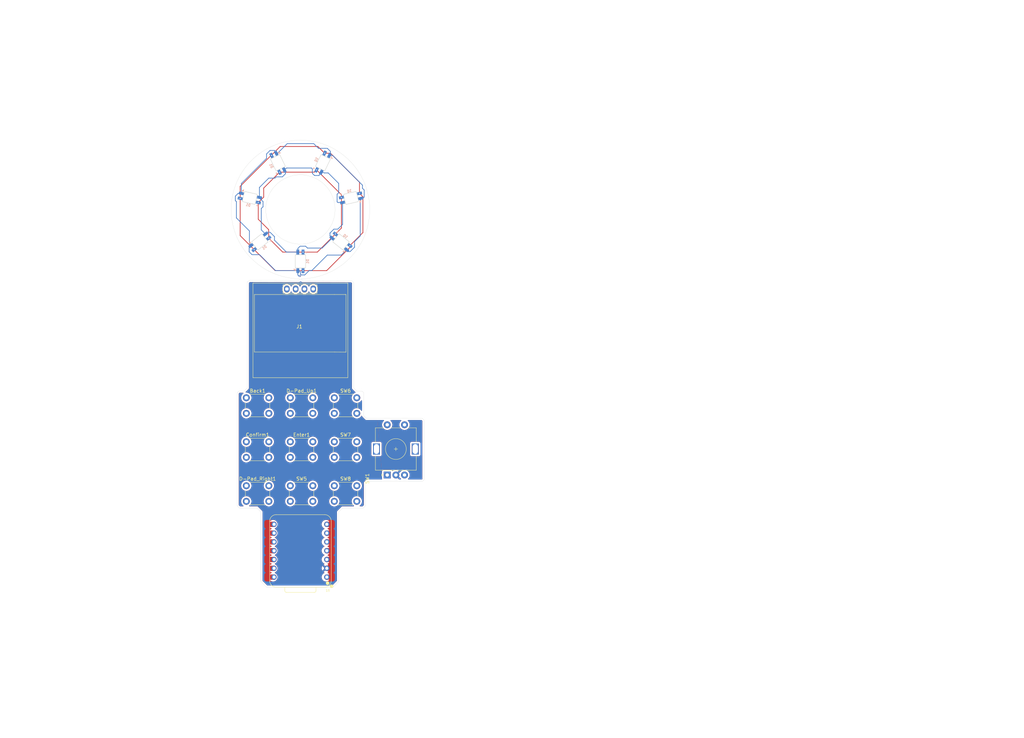
<source format=kicad_pcb>
(kicad_pcb (version 20241229) (generator "pcbnew") (generator_version "9.0")
  (layers (0 "F.Cu" signal) (2 "B.Cu" signal) (13 "F.Paste" user) (15 "B.Paste" user) (5 "F.SilkS" user "F.Silkscreen") (7 "B.SilkS" user "B.Silkscreen") (1 "F.Mask" user) (3 "B.Mask" user) (25 "Edge.Cuts" user))
  (net 0 "")
  (net 1 "Net-(D1-VDD)")
  (net 2 "Net-(D1-VSS)")
  (net 3 "Net-(D1-DOUT)")
  (net 4 "Net-(D1-DIN)")
  (net 5 "Row1")
  (net 6 "Colum3")
  (net 7 "Colum1")
  (net 10 "Row2")
  (net 11 "Colum2")
  (net 12 "GND")
  (net 13 "EC-A")
  (net 14 "EC-B")
  (net 15 "Row3")
  (net 16 "5V+")
  (net 17 "3v3")
  (footprint "libs:128x64OLED" (layer "F.Cu") (at 86.440238 91.245)
    (property "Reference" "J1" (at 0 0.254 0) (layer "F.SilkS"))
    (property "Value" "Conn_01x04")
    (fp_line (start -13.4 -12.3) (end 14 -12.3) (stroke (width 0.12)) (layer "F.SilkS"))
    (fp_line (start -13.4 15) (end -13.4 -12.3) (stroke (width 0.12)) (layer "F.SilkS"))
    (fp_line (start -12.978 -9.005) (end 10.122 -9.005) (stroke (width 0.12)) (layer "F.SilkS"))
    (fp_line (start -12.978 7.595) (end -12.978 -9.005) (stroke (width 0.12)) (layer "F.SilkS"))
    (fp_line (start -4.699 -11.811) (end -4.699 -9.398) (stroke (width 0.12)) (layer "F.SilkS"))
    (fp_line (start -4.699 -11.811) (end 5.08 -11.811) (stroke (width 0.12)) (layer "F.SilkS"))
    (fp_line (start 5.08 -11.811) (end 5.08 -9.398) (stroke (width 0.12)) (layer "F.SilkS"))
    (fp_line (start 5.08 -9.398) (end -4.699 -9.398) (stroke (width 0.12)) (layer "F.SilkS"))
    (fp_line (start 10.122 -9.005) (end 13.208 -9.005) (stroke (width 0.12)) (layer "F.SilkS"))
    (fp_line (start 10.122 7.595) (end -12.978 7.595) (stroke (width 0.12)) (layer "F.SilkS"))
    (fp_line (start 10.122 7.595) (end 13.462 7.62) (stroke (width 0.12)) (layer "F.SilkS"))
    (fp_line (start 13.462 -9.017) (end 13.208 -9.005) (stroke (width 0.12)) (layer "F.SilkS"))
    (fp_line (start 13.462 7.62) (end 13.462 -9.017) (stroke (width 0.12)) (layer "F.SilkS"))
    (fp_line (start 14 -12.3) (end 14 15) (stroke (width 0.12)) (layer "F.SilkS"))
    (fp_line (start 14 15) (end -13.4 15) (stroke (width 0.12)) (layer "F.SilkS"))
    (pad "1" thru_hole oval (at -3.62 -10.6 90) (size 2 1.6) (drill 1) (layers "*.Cu" "*.Mask"))
    (pad "2" thru_hole oval (at -1.08 -10.6 90) (size 2 1.6) (drill 1) (layers "*.Cu" "*.Mask"))
    (pad "3" thru_hole oval (at 1.46 -10.6 90) (size 2 1.6) (drill 1) (layers "*.Cu" "*.Mask"))
    (pad "4" thru_hole oval (at 4 -10.6 90) (size 2 1.6) (drill 1) (layers "*.Cu" "*.Mask"))
  )
  (footprint "Rotary_Encoder:RotaryEncoder_Alps_EC11E-Switch_Vertical_H20mm" (layer "F.Cu") (at 111.8 134.35 90)
    (property "Reference" "SW1" (at -1.062 -5.752 90) (layer "F.SilkS"))
    (property "Value" "RotaryEncoder_Switch")
    (fp_line (start 13.6 -3.4) (end 13.6 -1) (stroke (width 0.12)) (layer "F.SilkS"))
    (fp_line (start 9.5 -3.4) (end 13.6 -3.4) (stroke (width 0.12)) (layer "F.SilkS"))
    (fp_line (start 5.5 -3.4) (end 1.4 -3.4) (stroke (width 0.12)) (layer "F.SilkS"))
    (fp_line (start 1.4 -3.4) (end 1.4 8.4) (stroke (width 0.12)) (layer "F.SilkS"))
    (fp_line (start 0.3 -1.6) (end 0 -1.3) (stroke (width 0.12)) (layer "F.SilkS"))
    (fp_line (start -0.3 -1.6) (end 0.3 -1.6) (stroke (width 0.12)) (layer "F.SilkS"))
    (fp_line (start 0 -1.3) (end -0.3 -1.6) (stroke (width 0.12)) (layer "F.SilkS"))
    (fp_line (start 13.6 1.2) (end 13.6 3.8) (stroke (width 0.12)) (layer "F.SilkS"))
    (fp_line (start 7.5 2) (end 7.5 3) (stroke (width 0.12)) (layer "F.SilkS"))
    (fp_line (start 7 2.5) (end 8 2.5) (stroke (width 0.12)) (layer "F.SilkS"))
    (fp_line (start 13.6 6) (end 13.6 8.4) (stroke (width 0.12)) (layer "F.SilkS"))
    (fp_line (start 13.6 8.4) (end 9.5 8.4) (stroke (width 0.12)) (layer "F.SilkS"))
    (fp_line (start 5.5 8.4) (end 1.4 8.4) (stroke (width 0.12)) (layer "F.SilkS"))
    (fp_circle (center 7.5 2.5) (end 10.5 2.5) (stroke (width 0.12)) (fill no) (layer "F.SilkS"))
    (pad "A" thru_hole rect (at 0 0 90) (size 2 2) (drill 1) (layers "*.Cu" "*.Mask") (net 13 "EC-A"))
    (pad "B" thru_hole circle (at 0 5 90) (size 2 2) (drill 1) (layers "*.Cu" "*.Mask") (net 14 "EC-B"))
    (pad "C" thru_hole circle (at 0 2.5 90) (size 2 2) (drill 1) (layers "*.Cu" "*.Mask") (net 12 "GND"))
    (pad "MP" thru_hole rect (at 7.5 -3.1 90) (size 3.2 2) (drill oval 2.8 1.5) (layers "*.Cu" "*.Mask"))
    (pad "MP" thru_hole rect (at 7.5 8.1 90) (size 3.2 2) (drill oval 2.8 1.5) (layers "*.Cu" "*.Mask"))
    (pad "S1" thru_hole circle (at 14.5 5 90) (size 2 2) (drill 1) (layers "*.Cu" "*.Mask") (net 6 "Colum3"))
    (pad "S2" thru_hole circle (at 14.5 0 90) (size 2 2) (drill 1) (layers "*.Cu" "*.Mask") (net 5 "Row1"))
  )
  (footprint "Button_Switch_THT:SW_PUSH_6mm" (layer "F.Cu") (at 96.52 137.45)
    (property "Reference" "SW8" (at 3.25 -2 0) (layer "F.SilkS"))
    (property "Value" "SW_Push")
    (fp_line (start -0.25 1.5) (end -0.25 3) (stroke (width 0.12)) (layer "F.SilkS"))
    (fp_line (start 1 5.5) (end 5.5 5.5) (stroke (width 0.12)) (layer "F.SilkS"))
    (fp_line (start 5.5 -1) (end 1 -1) (stroke (width 0.12)) (layer "F.SilkS"))
    (fp_line (start 6.75 3) (end 6.75 1.5) (stroke (width 0.12)) (layer "F.SilkS"))
    (pad "1" thru_hole circle (at 0 0 90) (size 2 2) (drill 1.1) (layers "*.Cu" "*.Mask") (net 6 "Colum3"))
    (pad "1" thru_hole circle (at 6.5 0 90) (size 2 2) (drill 1.1) (layers "*.Cu" "*.Mask") (net 6 "Colum3"))
    (pad "2" thru_hole circle (at 0 4.5 90) (size 2 2) (drill 1.1) (layers "*.Cu" "*.Mask") (net 15 "Row3"))
    (pad "2" thru_hole circle (at 6.5 4.5 90) (size 2 2) (drill 1.1) (layers "*.Cu" "*.Mask") (net 15 "Row3"))
  )
  (footprint "Seeed Studio XIAO Series Library:XIAO-ESP32C3-DIP" (layer "F.Cu") (at 86.620238 156.21 180)
    (property "Reference" "U1" (at -8 -11.5 180) (layer "F.SilkS") (effects (font (size 0.635 0.635) (thickness 0.1016))))
    (property "Value" "XIAO-ESP32-C3-DIP")
    (fp_line (start 8.77 8.509) (end 8.77 -8.636) (stroke (width 0.127)) (layer "F.SilkS"))
    (fp_line (start 6.865 -10.541) (end -7.105 -10.541) (stroke (width 0.1)) (layer "F.SilkS"))
    (fp_line (start 6.865 -10.541) (end -7.105 -10.541) (stroke (width 0.127)) (layer "F.SilkS"))
    (fp_line (start 4.384 -11.551) (end 4.384 -10.541) (stroke (width 0.127)) (layer "F.SilkS"))
    (fp_line (start -4.111272 -12.051) (end 3.884 -12.051) (stroke (width 0.127)) (layer "F.SilkS"))
    (fp_line (start -4.615 -10.541) (end -4.611272 -11.551272) (stroke (width 0.127)) (layer "F.SilkS"))
    (fp_line (start -7.105 10.414) (end 6.865 10.414) (stroke (width 0.127)) (layer "F.SilkS"))
    (fp_line (start -9.01 8.509) (end -9.01 -8.636) (stroke (width 0.127)) (layer "F.SilkS"))
    (fp_arc (start 8.77 8.509) (mid 8.212038 9.856038) (end 6.865 10.414) (stroke (width 0.127)) (layer "F.SilkS"))
    (fp_arc (start 6.865 -10.541) (mid 8.212038 -9.983038) (end 8.77 -8.636) (stroke (width 0.127)) (layer "F.SilkS"))
    (fp_arc (start 3.884 -12.051) (mid 4.237553 -11.904553) (end 4.384 -11.551) (stroke (width 0.127)) (layer "F.SilkS"))
    (fp_arc (start -4.611272 -11.551272) (mid -4.464724 -11.904644) (end -4.111272 -12.051) (stroke (width 0.127)) (layer "F.SilkS"))
    (fp_arc (start -7.105 10.414) (mid -8.452038 9.856038) (end -9.01 8.509) (stroke (width 0.127)) (layer "F.SilkS"))
    (fp_arc (start -9.01 -8.636) (mid -8.452038 -9.983038) (end -7.105 -10.541) (stroke (width 0.127)) (layer "F.SilkS"))
    (fp_circle (center -7.977 -9.37) (end -7.977 -9.624) (stroke (width 0.5)) (fill yes) (layer "F.SilkS"))
    (fp_circle (center -9.12 -10.25) (end -9.12 -10.504) (stroke (width 0.5)) (fill yes) (layer "F.SilkS"))
    (pad "1" smd roundrect (at -8.575 -7.62) (size 2.432 1.524) (layers "F.Cu" "F.Mask") (roundrect_rratio 0.1) (net 4 "Net-(D1-DIN)"))
    (pad "1" thru_hole circle (at -7.74 -7.62) (size 1.524 1.524) (drill 0.889) (layers "*.Cu" "*.Mask") (net 4 "Net-(D1-DIN)"))
    (pad "2" smd roundrect (at -8.575 -5.08) (size 2.432 1.524) (layers "F.Cu" "F.Mask") (roundrect_rratio 0.1) (net 7 "Colum1"))
    (pad "2" thru_hole circle (at -7.74 -5.08) (size 1.524 1.524) (drill 0.889) (layers "*.Cu" "*.Mask") (net 7 "Colum1"))
    (pad "3" smd roundrect (at -8.575 -2.54) (size 2.432 1.524) (layers "F.Cu" "F.Mask") (roundrect_rratio 0.1) (net 11 "Colum2"))
    (pad "3" thru_hole circle (at -7.74 -2.54) (size 1.524 1.524) (drill 0.889) (layers "*.Cu" "*.Mask") (net 11 "Colum2"))
    (pad "4" smd roundrect (at -8.575 0) (size 2.432 1.524) (layers "F.Cu" "F.Mask") (roundrect_rratio 0.1) (net 6 "Colum3"))
    (pad "4" thru_hole circle (at -7.74 0) (size 1.524 1.524) (drill 0.889) (layers "*.Cu" "*.Mask") (net 6 "Colum3"))
    (pad "5" smd roundrect (at -8.575 2.54) (size 2.432 1.524) (layers "F.Cu" "F.Mask") (roundrect_rratio 0.1))
    (pad "5" thru_hole circle (at -7.74 2.54) (size 1.524 1.524) (drill 0.889) (layers "*.Cu" "*.Mask"))
    (pad "6" smd roundrect (at -8.575 5.08) (size 2.432 1.524) (layers "F.Cu" "F.Mask") (roundrect_rratio 0.1))
    (pad "6" thru_hole circle (at -7.74 5.08) (size 1.524 1.524) (drill 0.889) (layers "*.Cu" "*.Mask"))
    (pad "7" smd roundrect (at -8.575 7.62) (size 2.432 1.524) (layers "F.Cu" "F.Mask") (roundrect_rratio 0.1) (net 13 "EC-A"))
    (pad "7" thru_hole circle (at -7.74 7.62) (size 1.524 1.524) (drill 0.889) (layers "*.Cu" "*.Mask") (net 13 "EC-A"))
    (pad "8" thru_hole circle (at 7.5 7.62 180) (size 1.524 1.524) (drill 0.889) (layers "*.Cu" "*.Mask") (net 14 "EC-B"))
    (pad "8" smd roundrect (at 8.335 7.62 180) (size 2.432 1.524) (layers "F.Cu" "F.Mask") (roundrect_rratio 0.1) (net 14 "EC-B"))
    (pad "9" thru_hole circle (at 7.5 5.08 180) (size 1.524 1.524) (drill 0.889) (layers "*.Cu" "*.Mask") (net 15 "Row3"))
    (pad "9" smd roundrect (at 8.335 5.08 180) (size 2.432 1.524) (layers "F.Cu" "F.Mask") (roundrect_rratio 0.1) (net 15 "Row3"))
    (pad "10" thru_hole circle (at 7.5 2.54 180) (size 1.524 1.524) (drill 0.889) (layers "*.Cu" "*.Mask") (net 10 "Row2"))
    (pad "10" smd roundrect (at 8.335 2.54 180) (size 2.432 1.524) (layers "F.Cu" "F.Mask") (roundrect_rratio 0.1) (net 10 "Row2"))
    (pad "11" thru_hole circle (at 7.5 0 180) (size 1.524 1.524) (drill 0.889) (layers "*.Cu" "*.Mask") (net 5 "Row1"))
    (pad "11" smd roundrect (at 8.335 0 180) (size 2.432 1.524) (layers "F.Cu" "F.Mask") (roundrect_rratio 0.1) (net 5 "Row1"))
    (pad "12" thru_hole circle (at 7.5 -2.54 180) (size 1.524 1.524) (drill 0.889) (layers "*.Cu" "*.Mask") (net 17 "3v3"))
    (pad "12" smd roundrect (at 8.335 -2.54 180) (size 2.432 1.524) (layers "F.Cu" "F.Mask") (roundrect_rratio 0.1) (net 17 "3v3"))
    (pad "13" thru_hole circle (at 7.5 -5.08 180) (size 1.524 1.524) (drill 0.889) (layers "*.Cu" "*.Mask") (net 12 "GND"))
    (pad "13" smd roundrect (at 8.335 -5.08 180) (size 2.432 1.524) (layers "F.Cu" "F.Mask") (roundrect_rratio 0.1) (net 12 "GND"))
    (pad "14" thru_hole circle (at 7.5 -7.62 180) (size 1.524 1.524) (drill 0.889) (layers "*.Cu" "*.Mask") (net 16 "5V+"))
    (pad "14" smd roundrect (at 8.335 -7.62 180) (size 2.432 1.524) (layers "F.Cu" "F.Mask") (roundrect_rratio 0.1) (net 16 "5V+"))
  )
  (footprint "Button_Switch_THT:SW_PUSH_6mm" (layer "F.Cu") (at 96.52 124.75)
    (property "Reference" "SW7" (at 3.25 -2 0) (layer "F.SilkS"))
    (property "Value" "SW_Push")
    (fp_line (start -0.25 1.5) (end -0.25 3) (stroke (width 0.12)) (layer "F.SilkS"))
    (fp_line (start 1 5.5) (end 5.5 5.5) (stroke (width 0.12)) (layer "F.SilkS"))
    (fp_line (start 5.5 -1) (end 1 -1) (stroke (width 0.12)) (layer "F.SilkS"))
    (fp_line (start 6.75 3) (end 6.75 1.5) (stroke (width 0.12)) (layer "F.SilkS"))
    (pad "1" thru_hole circle (at 0 0 90) (size 2 2) (drill 1.1) (layers "*.Cu" "*.Mask") (net 6 "Colum3"))
    (pad "1" thru_hole circle (at 6.5 0 90) (size 2 2) (drill 1.1) (layers "*.Cu" "*.Mask") (net 6 "Colum3"))
    (pad "2" thru_hole circle (at 0 4.5 90) (size 2 2) (drill 1.1) (layers "*.Cu" "*.Mask") (net 10 "Row2"))
    (pad "2" thru_hole circle (at 6.5 4.5 90) (size 2 2) (drill 1.1) (layers "*.Cu" "*.Mask") (net 10 "Row2"))
  )
  (footprint "Button_Switch_THT:SW_PUSH_6mm" (layer "F.Cu") (at 71.12 112.05)
    (property "Reference" "Back1" (at 3.25 -2 0) (layer "F.SilkS"))
    (property "Value" "SW_Push")
    (fp_line (start -0.25 1.5) (end -0.25 3) (stroke (width 0.12)) (layer "F.SilkS"))
    (fp_line (start 1 5.5) (end 5.5 5.5) (stroke (width 0.12)) (layer "F.SilkS"))
    (fp_line (start 5.5 -1) (end 1 -1) (stroke (width 0.12)) (layer "F.SilkS"))
    (fp_line (start 6.75 3) (end 6.75 1.5) (stroke (width 0.12)) (layer "F.SilkS"))
    (pad "1" thru_hole circle (at 0 0 90) (size 2 2) (drill 1.1) (layers "*.Cu" "*.Mask") (net 6 "Colum3"))
    (pad "1" thru_hole circle (at 6.5 0 90) (size 2 2) (drill 1.1) (layers "*.Cu" "*.Mask") (net 6 "Colum3"))
    (pad "2" thru_hole circle (at 0 4.5 90) (size 2 2) (drill 1.1) (layers "*.Cu" "*.Mask") (net 5 "Row1"))
    (pad "2" thru_hole circle (at 6.5 4.5 90) (size 2 2) (drill 1.1) (layers "*.Cu" "*.Mask") (net 5 "Row1"))
  )
  (footprint "Button_Switch_THT:SW_PUSH_6mm" (layer "F.Cu") (at 83.82 137.45)
    (property "Reference" "SW5" (at 3.25 -2 0) (layer "F.SilkS"))
    (property "Value" "SW_Push")
    (fp_line (start -0.25 1.5) (end -0.25 3) (stroke (width 0.12)) (layer "F.SilkS"))
    (fp_line (start 1 5.5) (end 5.5 5.5) (stroke (width 0.12)) (layer "F.SilkS"))
    (fp_line (start 5.5 -1) (end 1 -1) (stroke (width 0.12)) (layer "F.SilkS"))
    (fp_line (start 6.75 3) (end 6.75 1.5) (stroke (width 0.12)) (layer "F.SilkS"))
    (pad "1" thru_hole circle (at 0 0 90) (size 2 2) (drill 1.1) (layers "*.Cu" "*.Mask") (net 7 "Colum1"))
    (pad "1" thru_hole circle (at 6.5 0 90) (size 2 2) (drill 1.1) (layers "*.Cu" "*.Mask") (net 7 "Colum1"))
    (pad "2" thru_hole circle (at 0 4.5 90) (size 2 2) (drill 1.1) (layers "*.Cu" "*.Mask") (net 15 "Row3"))
    (pad "2" thru_hole circle (at 6.5 4.5 90) (size 2 2) (drill 1.1) (layers "*.Cu" "*.Mask") (net 15 "Row3"))
  )
  (footprint "Button_Switch_THT:SW_PUSH_6mm" (layer "F.Cu") (at 83.82 124.75)
    (property "Reference" "Enter1" (at 3.25 -2 0) (layer "F.SilkS"))
    (property "Value" "SW_Push")
    (fp_line (start -0.25 1.5) (end -0.25 3) (stroke (width 0.12)) (layer "F.SilkS"))
    (fp_line (start 1 5.5) (end 5.5 5.5) (stroke (width 0.12)) (layer "F.SilkS"))
    (fp_line (start 5.5 -1) (end 1 -1) (stroke (width 0.12)) (layer "F.SilkS"))
    (fp_line (start 6.75 3) (end 6.75 1.5) (stroke (width 0.12)) (layer "F.SilkS"))
    (pad "1" thru_hole circle (at 0 0 90) (size 2 2) (drill 1.1) (layers "*.Cu" "*.Mask") (net 11 "Colum2"))
    (pad "1" thru_hole circle (at 6.5 0 90) (size 2 2) (drill 1.1) (layers "*.Cu" "*.Mask") (net 11 "Colum2"))
    (pad "2" thru_hole circle (at 0 4.5 90) (size 2 2) (drill 1.1) (layers "*.Cu" "*.Mask") (net 10 "Row2"))
    (pad "2" thru_hole circle (at 6.5 4.5 90) (size 2 2) (drill 1.1) (layers "*.Cu" "*.Mask") (net 10 "Row2"))
  )
  (footprint "Button_Switch_THT:SW_PUSH_6mm" (layer "F.Cu") (at 71.12 124.75)
    (property "Reference" "Confirm1" (at 3.25 -2 0) (layer "F.SilkS"))
    (property "Value" "SW_Push")
    (fp_line (start -0.25 1.5) (end -0.25 3) (stroke (width 0.12)) (layer "F.SilkS"))
    (fp_line (start 1 5.5) (end 5.5 5.5) (stroke (width 0.12)) (layer "F.SilkS"))
    (fp_line (start 5.5 -1) (end 1 -1) (stroke (width 0.12)) (layer "F.SilkS"))
    (fp_line (start 6.75 3) (end 6.75 1.5) (stroke (width 0.12)) (layer "F.SilkS"))
    (pad "1" thru_hole circle (at 0 0 90) (size 2 2) (drill 1.1) (layers "*.Cu" "*.Mask") (net 7 "Colum1"))
    (pad "1" thru_hole circle (at 6.5 0 90) (size 2 2) (drill 1.1) (layers "*.Cu" "*.Mask") (net 7 "Colum1"))
    (pad "2" thru_hole circle (at 0 4.5 90) (size 2 2) (drill 1.1) (layers "*.Cu" "*.Mask") (net 5 "Row1"))
    (pad "2" thru_hole circle (at 6.5 4.5 90) (size 2 2) (drill 1.1) (layers "*.Cu" "*.Mask") (net 5 "Row1"))
  )
  (footprint "Button_Switch_THT:SW_PUSH_6mm" (layer "F.Cu") (at 96.52 112.05)
    (property "Reference" "SW6" (at 3.25 -2 0) (layer "F.SilkS"))
    (property "Value" "SW_Push")
    (fp_line (start -0.25 1.5) (end -0.25 3) (stroke (width 0.12)) (layer "F.SilkS"))
    (fp_line (start 1 5.5) (end 5.5 5.5) (stroke (width 0.12)) (layer "F.SilkS"))
    (fp_line (start 5.5 -1) (end 1 -1) (stroke (width 0.12)) (layer "F.SilkS"))
    (fp_line (start 6.75 3) (end 6.75 1.5) (stroke (width 0.12)) (layer "F.SilkS"))
    (pad "1" thru_hole circle (at 0 0 90) (size 2 2) (drill 1.1) (layers "*.Cu" "*.Mask") (net 11 "Colum2"))
    (pad "1" thru_hole circle (at 6.5 0 90) (size 2 2) (drill 1.1) (layers "*.Cu" "*.Mask") (net 11 "Colum2"))
    (pad "2" thru_hole circle (at 0 4.5 90) (size 2 2) (drill 1.1) (layers "*.Cu" "*.Mask") (net 15 "Row3"))
    (pad "2" thru_hole circle (at 6.5 4.5 90) (size 2 2) (drill 1.1) (layers "*.Cu" "*.Mask") (net 15 "Row3"))
  )
  (footprint "Button_Switch_THT:SW_PUSH_6mm" (layer "F.Cu") (at 71.12 137.45)
    (property "Reference" "D-Pad_Right1" (at 3.25 -2 0) (layer "F.SilkS"))
    (property "Value" "SW_Push")
    (fp_line (start -0.25 1.5) (end -0.25 3) (stroke (width 0.12)) (layer "F.SilkS"))
    (fp_line (start 1 5.5) (end 5.5 5.5) (stroke (width 0.12)) (layer "F.SilkS"))
    (fp_line (start 5.5 -1) (end 1 -1) (stroke (width 0.12)) (layer "F.SilkS"))
    (fp_line (start 6.75 3) (end 6.75 1.5) (stroke (width 0.12)) (layer "F.SilkS"))
    (pad "1" thru_hole circle (at 0 0 90) (size 2 2) (drill 1.1) (layers "*.Cu" "*.Mask") (net 7 "Colum1"))
    (pad "1" thru_hole circle (at 6.5 0 90) (size 2 2) (drill 1.1) (layers "*.Cu" "*.Mask") (net 7 "Colum1"))
    (pad "2" thru_hole circle (at 0 4.5 90) (size 2 2) (drill 1.1) (layers "*.Cu" "*.Mask") (net 10 "Row2"))
    (pad "2" thru_hole circle (at 6.5 4.5 90) (size 2 2) (drill 1.1) (layers "*.Cu" "*.Mask") (net 10 "Row2"))
  )
  (footprint "Button_Switch_THT:SW_PUSH_6mm" (layer "F.Cu") (at 83.82 112.05)
    (property "Reference" "D-Pad_Up1" (at 3.25 -2 0) (layer "F.SilkS"))
    (property "Value" "SW_Push")
    (fp_line (start -0.25 1.5) (end -0.25 3) (stroke (width 0.12)) (layer "F.SilkS"))
    (fp_line (start 1 5.5) (end 5.5 5.5) (stroke (width 0.12)) (layer "F.SilkS"))
    (fp_line (start 5.5 -1) (end 1 -1) (stroke (width 0.12)) (layer "F.SilkS"))
    (fp_line (start 6.75 3) (end 6.75 1.5) (stroke (width 0.12)) (layer "F.SilkS"))
    (pad "1" thru_hole circle (at 0 0 90) (size 2 2) (drill 1.1) (layers "*.Cu" "*.Mask") (net 11 "Colum2"))
    (pad "1" thru_hole circle (at 6.5 0 90) (size 2 2) (drill 1.1) (layers "*.Cu" "*.Mask") (net 11 "Colum2"))
    (pad "2" thru_hole circle (at 0 4.5 90) (size 2 2) (drill 1.1) (layers "*.Cu" "*.Mask") (net 5 "Row1"))
    (pad "2" thru_hole circle (at 6.5 4.5 90) (size 2 2) (drill 1.1) (layers "*.Cu" "*.Mask") (net 5 "Row1"))
  )
  (footprint "libs:SK6812-MINI-E" (layer "B.Cu") (at 72.127333 54.355743 167.143)
    (property "Reference" "D1" (at 0 -2.1 347.143) (layer "B.SilkS") (effects (font (size 0.7 0.7)) (justify mirror)))
    (property "Value" "SK6812MINI" (hide yes))
    (fp_poly (pts (xy 2.8 1.4) (xy 2.2 1.4) (xy 2.2 2)) (stroke (width 0.1)) (fill yes) (layer "B.SilkS"))
    (fp_poly (pts (xy -2.62 -1.448) (xy -2.38 -1.778) (xy -2.860001 -1.778) (xy -2.62 -1.448)) (stroke (width 0.12)) (fill yes) (layer "B.SilkS"))
    (fp_line (start 1.7 -1.5) (end -1.7 -1.5) (stroke (width 0.12)) (layer "Edge.Cuts"))
    (fp_line (start 1.9 1.3) (end 1.9 -1.3) (stroke (width 0.12)) (layer "Edge.Cuts"))
    (fp_line (start -1.9 -1.3) (end -1.9 1.3) (stroke (width 0.12)) (layer "Edge.Cuts"))
    (fp_line (start -1.7 1.5) (end 1.7 1.5) (stroke (width 0.12)) (layer "Edge.Cuts"))
    (fp_arc (start 1.7 -1.5) (mid 1.841421 -1.441421) (end 1.9 -1.3) (stroke (width 0.12)) (layer "Edge.Cuts"))
    (fp_arc (start 1.9 1.3) (mid 1.841421 1.441421) (end 1.7 1.5) (stroke (width 0.12)) (layer "Edge.Cuts"))
    (fp_arc (start -1.9 -1.3) (mid -1.841421 -1.441421) (end -1.7 -1.5) (stroke (width 0.12)) (layer "Edge.Cuts"))
    (fp_arc (start -1.7 1.5) (mid -1.841421 1.441421) (end -1.9 1.3) (stroke (width 0.12)) (layer "Edge.Cuts"))
    (pad "1" smd rect (at -2.675 -0.75 167.143) (size 1.45 0.82) (layers "B.Cu" "B.Mask" "B.Paste") (net 3 "Net-(D1-DOUT)"))
    (pad "2" smd rect (at -2.675002 0.75 167.143) (size 1.45 0.82) (layers "B.Cu" "B.Mask" "B.Paste") (net 2 "Net-(D1-VSS)"))
    (pad "3" smd roundrect (at 2.675 0.75 167.143) (size 1.45 0.82) (layers "B.Cu" "B.Mask" "B.Paste") (net 4 "Net-(D1-DIN)"))
    (pad "4" smd rect (at 2.675002 -0.75 167.143) (size 1.45 0.82) (layers "B.Cu" "B.Mask" "B.Paste") (net 1 "Net-(D1-VDD)"))
  )
  (footprint "libs:SK6812-MINI-E" (layer "B.Cu") (at 86.740238 72.67969 -90)
    (property "Reference" "D1" (at 0 -2.1 90) (layer "B.SilkS") (effects (font (size 0.7 0.7)) (justify mirror)))
    (property "Value" "SK6812MINI" (hide yes))
    (fp_poly (pts (xy 2.8 1.4) (xy 2.2 1.4) (xy 2.2 2)) (stroke (width 0.1)) (fill yes) (layer "B.SilkS"))
    (fp_poly (pts (xy -2.62 -1.448) (xy -2.38 -1.778) (xy -2.86 -1.778) (xy -2.62 -1.448)) (stroke (width 0.12)) (fill yes) (layer "B.SilkS"))
    (fp_line (start -1.7 1.5) (end 1.7 1.5) (stroke (width 0.12)) (layer "Edge.Cuts"))
    (fp_line (start 1.9 1.3) (end 1.9 -1.3) (stroke (width 0.12)) (layer "Edge.Cuts"))
    (fp_line (start -1.9 -1.3) (end -1.9 1.3) (stroke (width 0.12)) (layer "Edge.Cuts"))
    (fp_line (start 1.7 -1.5) (end -1.7 -1.5) (stroke (width 0.12)) (layer "Edge.Cuts"))
    (fp_arc (start -1.7 1.5) (mid -1.841421 1.441421) (end -1.9 1.3) (stroke (width 0.12)) (layer "Edge.Cuts"))
    (fp_arc (start 1.9 1.3) (mid 1.841421 1.441421) (end 1.7 1.5) (stroke (width 0.12)) (layer "Edge.Cuts"))
    (fp_arc (start -1.9 -1.3) (mid -1.841421 -1.441421) (end -1.7 -1.5) (stroke (width 0.12)) (layer "Edge.Cuts"))
    (fp_arc (start 1.7 -1.5) (mid 1.841421 -1.441421) (end 1.9 -1.3) (stroke (width 0.12)) (layer "Edge.Cuts"))
    (pad "1" smd rect (at -2.675 -0.75 270) (size 1.45 0.82) (layers "B.Cu" "B.Mask" "B.Paste") (net 3 "Net-(D1-DOUT)"))
    (pad "2" smd rect (at -2.675 0.75 270) (size 1.45 0.82) (layers "B.Cu" "B.Mask" "B.Paste") (net 2 "Net-(D1-VSS)"))
    (pad "3" smd roundrect (at 2.675 0.75 270) (size 1.45 0.82) (layers "B.Cu" "B.Mask" "B.Paste") (net 4 "Net-(D1-DIN)"))
    (pad "4" smd rect (at 2.675 -0.75 270) (size 1.45 0.82) (layers "B.Cu" "B.Mask" "B.Paste") (net 1 "Net-(D1-VDD)"))
  )
  (footprint "libs:SK6812-MINI-E" (layer "B.Cu") (at 80.236855 44.186672 115.714)
    (property "Reference" "D1" (at -0.000001 -2.1 295.714) (layer "B.SilkS") (effects (font (size 0.7 0.7)) (justify mirror)))
    (property "Value" "SK6812MINI" (hide yes))
    (fp_poly (pts (xy 2.8 1.4) (xy 2.2 1.4) (xy 2.2 2)) (stroke (width 0.1)) (fill yes) (layer "B.SilkS"))
    (fp_poly (pts (xy -2.62 -1.448) (xy -2.38 -1.778) (xy -2.86 -1.777999) (xy -2.62 -1.448)) (stroke (width 0.12)) (fill yes) (layer "B.SilkS"))
    (fp_line (start 1.7 -1.5) (end -1.7 -1.5) (stroke (width 0.12)) (layer "Edge.Cuts"))
    (fp_line (start -1.9 -1.3) (end -1.9 1.3) (stroke (width 0.12)) (layer "Edge.Cuts"))
    (fp_line (start 1.9 1.3) (end 1.9 -1.3) (stroke (width 0.12)) (layer "Edge.Cuts"))
    (fp_line (start -1.7 1.5) (end 1.7 1.5) (stroke (width 0.12)) (layer "Edge.Cuts"))
    (fp_arc (start 1.7 -1.5) (mid 1.841422 -1.441421) (end 1.9 -1.3) (stroke (width 0.12)) (layer "Edge.Cuts"))
    (fp_arc (start -1.9 -1.3) (mid -1.841421 -1.441421) (end -1.7 -1.5) (stroke (width 0.12)) (layer "Edge.Cuts"))
    (fp_arc (start 1.9 1.3) (mid 1.841421 1.441421) (end 1.7 1.5) (stroke (width 0.12)) (layer "Edge.Cuts"))
    (fp_arc (start -1.7 1.5) (mid -1.841422 1.441421) (end -1.9 1.3) (stroke (width 0.12)) (layer "Edge.Cuts"))
    (pad "1" smd rect (at -2.675 -0.75 115.714) (size 1.45 0.82) (layers "B.Cu" "B.Mask" "B.Paste") (net 3 "Net-(D1-DOUT)"))
    (pad "2" smd rect (at -2.675 0.75 115.714) (size 1.45 0.82) (layers "B.Cu" "B.Mask" "B.Paste") (net 2 "Net-(D1-VSS)"))
    (pad "3" smd roundrect (at 2.675 0.75 115.714) (size 1.45 0.82) (layers "B.Cu" "B.Mask" "B.Paste") (net 4 "Net-(D1-DIN)"))
    (pad "4" smd rect (at 2.675 -0.75 115.714) (size 1.45 0.82) (layers "B.Cu" "B.Mask" "B.Paste") (net 1 "Net-(D1-VDD)"))
  )
  (footprint "libs:SK6812-MINI-E" (layer "B.Cu") (at 75.021635 67.036334 -141.428)
    (property "Reference" "D1" (at 0.000001 -2.099999 38.572) (layer "B.SilkS") (effects (font (size 0.7 0.7)) (justify mirror)))
    (property "Value" "SK6812MINI" (hide yes))
    (fp_poly (pts (xy 2.8 1.4) (xy 2.2 1.4) (xy 2.199999 2)) (stroke (width 0.1)) (fill yes) (layer "B.SilkS"))
    (fp_poly (pts (xy -2.62 -1.447999) (xy -2.38 -1.778) (xy -2.86 -1.778001) (xy -2.62 -1.447999)) (stroke (width 0.12)) (fill yes) (layer "B.SilkS"))
    (fp_line (start 1.9 1.3) (end 1.9 -1.300001) (stroke (width 0.12)) (layer "Edge.Cuts"))
    (fp_line (start 1.7 -1.5) (end -1.7 -1.5) (stroke (width 0.12)) (layer "Edge.Cuts"))
    (fp_line (start -1.7 1.5) (end 1.7 1.5) (stroke (width 0.12)) (layer "Edge.Cuts"))
    (fp_line (start -1.9 -1.3) (end -1.9 1.300001) (stroke (width 0.12)) (layer "Edge.Cuts"))
    (fp_arc (start 1.9 1.3) (mid 1.841421 1.441421) (end 1.7 1.5) (stroke (width 0.12)) (layer "Edge.Cuts"))
    (fp_arc (start 1.7 -1.5) (mid 1.841421 -1.441421) (end 1.9 -1.300001) (stroke (width 0.12)) (layer "Edge.Cuts"))
    (fp_arc (start -1.7 1.5) (mid -1.841421 1.441421) (end -1.9 1.300001) (stroke (width 0.12)) (layer "Edge.Cuts"))
    (fp_arc (start -1.9 -1.3) (mid -1.841421 -1.441421) (end -1.7 -1.5) (stroke (width 0.12)) (layer "Edge.Cuts"))
    (pad "1" smd rect (at -2.674999 -0.75 218.572) (size 1.45 0.82) (layers "B.Cu" "B.Mask" "B.Paste") (net 3 "Net-(D1-DOUT)"))
    (pad "2" smd rect (at -2.675 0.75 218.572) (size 1.45 0.82) (layers "B.Cu" "B.Mask" "B.Paste") (net 2 "Net-(D1-VSS)"))
    (pad "3" smd roundrect (at 2.674999 0.75 218.572) (size 1.45 0.82) (layers "B.Cu" "B.Mask" "B.Paste") (net 4 "Net-(D1-DIN)"))
    (pad "4" smd rect (at 2.675 -0.75 218.572) (size 1.45 0.82) (layers "B.Cu" "B.Mask" "B.Paste") (net 1 "Net-(D1-VDD)"))
  )
  (footprint "libs:SK6812-MINI-E" (layer "B.Cu") (at 98.458871 67.036286 -38.571)
    (property "Reference" "D1" (at 0 -2.100001 141.429) (layer "B.SilkS") (effects (font (size 0.7 0.7)) (justify mirror)))
    (property "Value" "SK6812MINI" (hide yes))
    (fp_poly (pts (xy 2.8 1.4) (xy 2.2 1.4) (xy 2.2 2)) (stroke (width 0.1)) (fill yes) (layer "B.SilkS"))
    (fp_poly (pts (xy -2.62 -1.448) (xy -2.38 -1.778001) (xy -2.86 -1.778) (xy -2.62 -1.448)) (stroke (width 0.12)) (fill yes) (layer "B.SilkS"))
    (fp_line (start -1.699999 1.5) (end 1.7 1.5) (stroke (width 0.12)) (layer "Edge.Cuts"))
    (fp_line (start -1.899999 -1.3) (end -1.9 1.3) (stroke (width 0.12)) (layer "Edge.Cuts"))
    (fp_line (start 1.899999 1.3) (end 1.9 -1.3) (stroke (width 0.12)) (layer "Edge.Cuts"))
    (fp_line (start 1.699999 -1.5) (end -1.7 -1.5) (stroke (width 0.12)) (layer "Edge.Cuts"))
    (fp_arc (start -1.699999 1.5) (mid -1.841421 1.44142) (end -1.9 1.3) (stroke (width 0.12)) (layer "Edge.Cuts"))
    (fp_arc (start -1.899999 -1.3) (mid -1.841421 -1.44142) (end -1.7 -1.5) (stroke (width 0.12)) (layer "Edge.Cuts"))
    (fp_arc (start 1.899999 1.3) (mid 1.841421 1.44142) (end 1.7 1.5) (stroke (width 0.12)) (layer "Edge.Cuts"))
    (fp_arc (start 1.699999 -1.5) (mid 1.841421 -1.44142) (end 1.9 -1.3) (stroke (width 0.12)) (layer "Edge.Cuts"))
    (pad "1" smd rect (at -2.675 -0.75 321.429) (size 1.45 0.82) (layers "B.Cu" "B.Mask" "B.Paste") (net 3 "Net-(D1-DOUT)"))
    (pad "2" smd rect (at -2.675 0.750001 321.429) (size 1.45 0.82) (layers "B.Cu" "B.Mask" "B.Paste") (net 2 "Net-(D1-VSS)"))
    (pad "3" smd roundrect (at 2.675 0.75 321.429) (size 1.45 0.82) (layers "B.Cu" "B.Mask" "B.Paste") (net 4 "Net-(D1-DIN)"))
    (pad "4" smd rect (at 2.675 -0.750001 321.429) (size 1.45 0.82) (layers "B.Cu" "B.Mask" "B.Paste") (net 1 "Net-(D1-VDD)"))
  )
  (footprint "libs:SK6812-MINI-E" (layer "B.Cu") (at 93.243559 44.186645 64.285)
    (property "Reference" "D1" (at 0 -2.1 244.285) (layer "B.SilkS") (effects (font (size 0.7 0.7)) (justify mirror)))
    (property "Value" "SK6812MINI" (hide yes))
    (fp_poly (pts (xy 2.799999 1.400001) (xy 2.2 1.4) (xy 2.2 2)) (stroke (width 0.1)) (fill yes) (layer "B.SilkS"))
    (fp_poly (pts (xy -2.62 -1.448) (xy -2.38 -1.778) (xy -2.86 -1.778) (xy -2.62 -1.448)) (stroke (width 0.12)) (fill yes) (layer "B.SilkS"))
    (fp_line (start -1.9 -1.3) (end -1.9 1.3) (stroke (width 0.12)) (layer "Edge.Cuts"))
    (fp_line (start 1.7 -1.500001) (end -1.7 -1.499999) (stroke (width 0.12)) (layer "Edge.Cuts"))
    (fp_line (start -1.7 1.500001) (end 1.7 1.499999) (stroke (width 0.12)) (layer "Edge.Cuts"))
    (fp_line (start 1.9 1.3) (end 1.9 -1.3) (stroke (width 0.12)) (layer "Edge.Cuts"))
    (fp_arc (start -1.9 -1.3) (mid -1.841421 -1.441421) (end -1.7 -1.499999) (stroke (width 0.12)) (layer "Edge.Cuts"))
    (fp_arc (start 1.7 -1.500001) (mid 1.841421 -1.441421) (end 1.9 -1.3) (stroke (width 0.12)) (layer "Edge.Cuts"))
    (fp_arc (start -1.7 1.500001) (mid -1.841421 1.441421) (end -1.9 1.3) (stroke (width 0.12)) (layer "Edge.Cuts"))
    (fp_arc (start 1.9 1.3) (mid 1.841421 1.441421) (end 1.7 1.499999) (stroke (width 0.12)) (layer "Edge.Cuts"))
    (pad "1" smd rect (at -2.675 -0.75 64.285) (size 1.45 0.82) (layers "B.Cu" "B.Mask" "B.Paste") (net 3 "Net-(D1-DOUT)"))
    (pad "2" smd rect (at -2.674999 0.75 64.285) (size 1.45 0.82) (layers "B.Cu" "B.Mask" "B.Paste") (net 2 "Net-(D1-VSS)"))
    (pad "3" smd roundrect (at 2.675 0.75 64.285) (size 1.45 0.82) (layers "B.Cu" "B.Mask" "B.Paste") (net 4 "Net-(D1-DIN)"))
    (pad "4" smd rect (at 2.674999 -0.75 64.285) (size 1.45 0.82) (layers "B.Cu" "B.Mask" "B.Paste") (net 1 "Net-(D1-VDD)"))
  )
  (footprint "libs:SK6812-MINI-E" (layer "B.Cu") (at 101.353122 54.355684 12.857)
    (property "Reference" "D1" (at 0 -2.1 192.857) (layer "B.SilkS") (effects (font (size 0.7 0.7)) (justify mirror)))
    (property "Value" "SK6812MINI" (hide yes))
    (fp_poly (pts (xy 2.799999 1.4) (xy 2.2 1.400001) (xy 2.2 2)) (stroke (width 0.1)) (fill yes) (layer "B.SilkS"))
    (fp_poly (pts (xy -2.62 -1.448) (xy -2.380001 -1.777999) (xy -2.86 -1.778) (xy -2.62 -1.448)) (stroke (width 0.12)) (fill yes) (layer "B.SilkS"))
    (fp_line (start -1.9 -1.299999) (end -1.9 1.300001) (stroke (width 0.12)) (layer "Edge.Cuts"))
    (fp_line (start -1.699999 1.5) (end 1.7 1.5) (stroke (width 0.12)) (layer "Edge.Cuts"))
    (fp_line (start 1.699999 -1.5) (end -1.7 -1.5) (stroke (width 0.12)) (layer "Edge.Cuts"))
    (fp_line (start 1.9 1.299999) (end 1.9 -1.300001) (stroke (width 0.12)) (layer "Edge.Cuts"))
    (fp_arc (start -1.9 -1.299999) (mid -1.841421 -1.441421) (end -1.7 -1.5) (stroke (width 0.12)) (layer "Edge.Cuts"))
    (fp_arc (start -1.699999 1.5) (mid -1.841421 1.441421) (end -1.9 1.300001) (stroke (width 0.12)) (layer "Edge.Cuts"))
    (fp_arc (start 1.699999 -1.5) (mid 1.841421 -1.441421) (end 1.9 -1.300001) (stroke (width 0.12)) (layer "Edge.Cuts"))
    (fp_arc (start 1.9 1.299999) (mid 1.841421 1.441421) (end 1.7 1.5) (stroke (width 0.12)) (layer "Edge.Cuts"))
    (pad "1" smd rect (at -2.675 -0.750001 12.857) (size 1.45 0.82) (layers "B.Cu" "B.Mask" "B.Paste") (net 3 "Net-(D1-DOUT)"))
    (pad "2" smd rect (at -2.675 0.75 12.857) (size 1.45 0.82) (layers "B.Cu" "B.Mask" "B.Paste") (net 2 "Net-(D1-VSS)"))
    (pad "3" smd roundrect (at 2.675 0.750001 12.857) (size 1.45 0.82) (layers "B.Cu" "B.Mask" "B.Paste") (net 4 "Net-(D1-DIN)"))
    (pad "4" smd rect (at 2.675 -0.75 12.857) (size 1.45 0.82) (layers "B.Cu" "B.Mask" "B.Paste") (net 1 "Net-(D1-VDD)"))
  )
  (gr_line (start 71.374 78.613) (end 71.374 109.22) (stroke (width 0.05)) (layer "Edge.Cuts"))
  (gr_line (start 97.79 165.1) (end 96.139 166.751) (stroke (width 0.05)) (layer "Edge.Cuts"))
  (gr_line (start 106.045 136.144) (end 105.537 136.652) (stroke (width 0.05)) (layer "Edge.Cuts"))
  (gr_line (start 105.029 117.221) (end 105.791 117.983) (stroke (width 0.05)) (layer "Edge.Cuts"))
  (gr_arc (start 87.502365 78.199584) (mid 87.143604 78.05098) (end 86.995 77.692219) (stroke (width 0.05)) (layer "Edge.Cuts"))
  (gr_line (start 70.485 110.109) (end 68.961 110.109) (stroke (width 0.05)) (layer "Edge.Cuts"))
  (gr_circle (center 86.740238 57.691) (end 96.740238 57.691) (stroke (width 0.05)) (fill no) (layer "Edge.Cuts"))
  (gr_line (start 122.428 118.491) (end 122.428 135.763) (stroke (width 0.05)) (layer "Edge.Cuts"))
  (gr_line (start 68.961 110.109) (end 68.453 110.617) (stroke (width 0.05)) (layer "Edge.Cuts"))
  (gr_line (start 87.5024 78.199584) (end 101.6 78.232) (stroke (width 0.05)) (layer "Edge.Cuts"))
  (gr_line (start 104.521 110.109) (end 105.029 110.617) (stroke (width 0.05)) (layer "Edge.Cuts"))
  (gr_line (start 86.106 78.199219) (end 71.9868 78.166803) (stroke (width 0.05)) (layer "Edge.Cuts"))
  (gr_line (start 98.933 143.891) (end 97.79 145.034) (stroke (width 0.05)) (layer "Edge.Cuts"))
  (gr_line (start 122.047 136.144) (end 106.045 136.144) (stroke (width 0.05)) (layer "Edge.Cuts"))
  (gr_line (start 105.537 143.256) (end 104.902 143.891) (stroke (width 0.05)) (layer "Edge.Cuts"))
  (gr_line (start 68.453 143.256) (end 69.088 143.891) (stroke (width 0.05)) (layer "Edge.Cuts"))
  (gr_line (start 105.537 136.652) (end 105.537 143.256) (stroke (width 0.05)) (layer "Edge.Cuts"))
  (gr_line (start 97.79 145.034) (end 97.79 165.1) (stroke (width 0.05)) (layer "Edge.Cuts"))
  (gr_line (start 104.902 143.891) (end 98.933 143.891) (stroke (width 0.05)) (layer "Edge.Cuts"))
  (gr_line (start 122.428 135.763) (end 122.047 136.144) (stroke (width 0.05)) (layer "Edge.Cuts"))
  (gr_line (start 102.997 110.109) (end 104.521 110.109) (stroke (width 0.05)) (layer "Edge.Cuts"))
  (gr_line (start 105.791 117.983) (end 121.92 117.983) (stroke (width 0.05)) (layer "Edge.Cuts"))
  (gr_line (start 102.108 109.22) (end 102.997 110.109) (stroke (width 0.05)) (layer "Edge.Cuts"))
  (gr_line (start 71.987396 78.166803) (end 71.374 78.613) (stroke (width 0.05)) (layer "Edge.Cuts"))
  (gr_line (start 102.108 78.74) (end 102.108 109.22) (stroke (width 0.05)) (layer "Edge.Cuts"))
  (gr_arc (start 86.613365 77.692219) (mid 86.464761 78.05098) (end 86.106 78.199584) (stroke (width 0.05)) (layer "Edge.Cuts"))
  (gr_line (start 105.029 110.617) (end 105.029 117.221) (stroke (width 0.05)) (layer "Edge.Cuts"))
  (gr_line (start 75.311 165.1) (end 76.962 166.751) (stroke (width 0.05)) (layer "Edge.Cuts"))
  (gr_line (start 96.139 166.751) (end 76.962 166.751) (stroke (width 0.05)) (layer "Edge.Cuts"))
  (gr_line (start 68.453 110.617) (end 68.453 143.256) (stroke (width 0.05)) (layer "Edge.Cuts"))
  (gr_line (start 71.374 109.22) (end 70.485 110.109) (stroke (width 0.05)) (layer "Edge.Cuts"))
  (gr_line (start 75.311 145.034) (end 75.311 165.1) (stroke (width 0.05)) (layer "Edge.Cuts"))
  (gr_line (start 74.168 143.891) (end 75.311 145.034) (stroke (width 0.05)) (layer "Edge.Cuts"))
  (gr_arc (start 86.61323 77.692219) (mid 86.676414 37.68948) (end 86.994889 77.691001) (stroke (width 0.05)) (layer "Edge.Cuts"))
  (gr_line (start 121.92 117.983) (end 122.428 118.491) (stroke (width 0.05)) (layer "Edge.Cuts"))
  (gr_line (start 101.6 78.232) (end 102.108 78.74) (stroke (width 0.05)) (layer "Edge.Cuts"))
  (gr_line (start 69.088 143.891) (end 74.168 143.891) (stroke (width 0.05)) (layer "Edge.Cuts"))
  (segment (start 104.774238 64.361386) (end 101.017896 68.117728) (width 0.2) (layer "F.Cu") (net 1))
  (segment (start 69.352509 65.245192) (end 73.397876 69.290559) (width 0.2) (layer "F.Cu") (net 1))
  (segment (start 78.4005 41.994738) (end 80.898238 39.497) (width 0.2) (layer "F.Cu") (net 1))
  (segment (start 94.305341 75.35469) (end 87.490238 75.35469) (width 0.2) (layer "F.Cu") (net 1))
  (segment (start 69.352509 54.491702) (end 69.352509 65.245192) (width 0.2) (layer "F.Cu") (net 1))
  (segment (start 104.774238 54.009322) (end 104.774238 64.361386) (width 0.2) (layer "F.Cu") (net 1))
  (segment (start 101.017896 68.642135) (end 94.305341 75.35469) (width 0.2) (layer "F.Cu") (net 1))
  (segment (start 78.4005 42.101984) (end 78.245378 42.101984) (width 0.2) (layer "F.Cu") (net 1))
  (segment (start 78.245378 42.101984) (end 69.352509 50.994853) (width 0.2) (layer "F.Cu") (net 1))
  (segment (start 73.397876 69.290559) (end 79.462007 75.35469) (width 0.2) (layer "F.Cu") (net 1))
  (segment (start 91.774358 39.497) (end 93.728505 41.451147) (width 0.2) (layer "F.Cu") (net 1))
  (segment (start 80.898238 39.497) (end 91.774358 39.497) (width 0.2) (layer "F.Cu") (net 1))
  (segment (start 103.794167 49.819929) (end 95.425385 41.451147) (width 0.2) (layer "F.Cu") (net 1))
  (segment (start 78.4005 42.101984) (end 78.4005 41.994738) (width 0.2) (layer "F.Cu") (net 1))
  (segment (start 69.352509 50.994853) (end 69.352509 54.491702) (width 0.2) (layer "F.Cu") (net 1))
  (segment (start 79.462007 75.35469) (end 87.490238 75.35469) (width 0.2) (layer "F.Cu") (net 1))
  (segment (start 103.794167 53.029251) (end 104.774238 54.009322) (width 0.2) (layer "F.Cu") (net 1))
  (segment (start 103.794167 53.029251) (end 103.794167 49.819929) (width 0.2) (layer "F.Cu") (net 1))
  (segment (start 95.425385 41.451147) (end 93.728505 41.451147) (width 0.2) (layer "F.Cu") (net 1))
  (segment (start 101.017896 68.117728) (end 101.017896 68.642135) (width 0.2) (layer "F.Cu") (net 1))
  (via (at 73.397876 69.290559) (size 0.6) (drill 0.3) (layers "F.Cu" "B.Cu") (net 1))
  (via (at 103.794167 53.029251) (size 0.6) (drill 0.3) (layers "F.Cu" "B.Cu") (net 1))
  (via (at 69.352509 54.491702) (size 0.6) (drill 0.3) (layers "F.Cu" "B.Cu") (net 1))
  (via (at 93.728505 41.451147) (size 0.6) (drill 0.3) (layers "F.Cu" "B.Cu") (net 1))
  (via (at 87.490238 75.35469) (size 0.6) (drill 0.3) (layers "F.Cu" "B.Cu") (net 1))
  (via (at 101.017896 68.117728) (size 0.6) (drill 0.3) (layers "F.Cu" "B.Cu") (net 1))
  (via (at 78.4005 42.101984) (size 0.6) (drill 0.3) (layers "F.Cu" "B.Cu") (net 1))
  (segment (start 82.07321 46.27136) (end 82.420999 45.923571) (width 0.2) (layer "B.Cu") (net 2))
  (segment (start 75.438 63.574715) (end 76.645394 64.782109) (width 0.2) (layer "B.Cu") (net 2))
  (segment (start 95.277964 64.487274) (end 95.277964 65.332962) (width 0.2) (layer "B.Cu") (net 2))
  (segment (start 90.169238 47.244) (end 90.804238 47.879) (width 0.2) (layer "B.Cu") (net 2))
  (segment (start 75.946 56.896) (end 75.438 57.404) (width 0.2) (layer "B.Cu") (net 2))
  (segment (start 98.912077 61.996161) (end 97.535238 63.373) (width 0.2) (layer "B.Cu") (net 2))
  (segment (start 82.422238 47.371) (end 82.422238 46.736) (width 0.2) (layer "B.Cu") (net 2))
  (segment (start 97.562394 55.682117) (end 98.912077 55.682117) (width 0.2) (layer "B.Cu") (net 2))
  (segment (start 82.295238 46.493388) (end 82.07321 46.27136) (width 0.2) (layer "B.Cu") (net 2))
  (segment (start 82.295238 46.609) (end 82.295238 46.493388) (width 0.2) (layer "B.Cu") (net 2))
  (segment (start 76.645394 64.782109) (end 77.165503 64.262) (width 0.2) (layer "B.Cu") (net 2))
  (segment (start 74.902157 54.219784) (end 74.902157 54.377491) (width 0.2) (layer "B.Cu") (net 2))
  (segment (start 93.145524 46.944534) (end 93.660273 47.134001) (width 0.2) (layer "B.Cu") (net 2))
  (segment (start 97.789238 50.165) (end 97.789238 52.851922) (width 0.2) (layer "B.Cu") (net 2))
  (segment (start 82.783844 45.72) (end 89.915238 45.72) (width 0.2) (layer "B.Cu") (net 2))
  (segment (start 94.758239 47.134001) (end 97.789238 50.165) (width 0.2) (layer "B.Cu") (net 2))
  (segment (start 79.755238 48.26) (end 81.533238 48.26) (width 0.2) (layer "B.Cu") (net 2))
  (segment (start 93.135181 46.922143) (end 93.145524 46.944534) (width 0.2) (layer "B.Cu") (net 2))
  (segment (start 77.596238 48.641) (end 79.374238 48.641) (width 0.2) (layer "B.Cu") (net 2))
  (segment (start 95.277964 65.332962) (end 95.899846 65.954844) (width 0.2) (layer "B.Cu") (net 2))
  (segment (start 88.230238 68.292) (end 88.772238 68.834) (width 0.2) (layer "B.Cu") (net 2))
  (segment (start 88.772238 68.834) (end 93.02069 68.834) (width 0.2) (layer "B.Cu") (net 2))
  (segment (start 97.341238 53.299922) (end 97.341238 55.460961) (width 0.2) (layer "B.Cu") (net 2))
  (segment (start 93.02069 68.834) (end 95.899846 65.954844) (width 0.2) (layer "B.Cu") (net 2))
  (segment (start 98.912077 55.682117) (end 98.912077 61.996161) (width 0.2) (layer "B.Cu") (net 2))
  (segment (start 74.902157 51.335081) (end 77.596238 48.641) (width 0.2) (layer "B.Cu") (net 2))
  (segment (start 77.977238 64.262) (end 79.247238 65.532) (width 0.2) (layer "B.Cu") (net 2))
  (segment (start 85.990238 68.949) (end 86.647238 68.292) (width 0.2) (layer "B.Cu") (net 2))
  (segment (start 85.990238 70.00469) (end 85.990238 68.949) (width 0.2) (layer "B.Cu") (net 2))
  (segment (start 96.392238 63.373) (end 95.277964 64.487274) (width 0.2) (layer "B.Cu") (net 2))
  (segment (start 97.789238 52.851922) (end 97.341238 53.299922) (width 0.2) (layer "B.Cu") (net 2))
  (segment (start 89.915238 45.72) (end 90.169238 45.974) (width 0.2) (layer "B.Cu") (net 2))
  (segment (start 75.438 57.404) (end 75.438 63.574715) (width 0.2) (layer "B.Cu") (net 2))
  (segment (start 74.902157 54.219784) (end 74.902157 51.335081) (width 0.2) (layer "B.Cu") (net 2))
  (segment (start 90.169238 45.974) (end 90.169238 47.244) (width 0.2) (layer "B.Cu") (net 2))
  (segment (start 86.647238 68.292) (end 88.230238 68.292) (width 0.2) (layer "B.Cu") (net 2))
  (segment (start 92.758613 46.922143) (end 93.135181 46.922143) (width 0.2) (layer "B.Cu") (net 2))
  (segment (start 92.074238 47.879) (end 92.758613 47.194625) (width 0.2) (layer "B.Cu") (net 2))
  (segment (start 79.374238 48.641) (end 79.755238 48.26) (width 0.2) (layer "B.Cu") (net 2))
  (segment (start 82.420999 45.923571) (end 82.783844 45.72) (width 0.2) (layer "B.Cu") (net 2))
  (segment (start 75.946 55.421334) (end 75.946 56.896) (width 0.2) (layer "B.Cu") (net 2))
  (segment (start 92.758613 47.194625) (end 92.758613 46.922143) (width 0.2) (layer "B.Cu") (net 2))
  (segment (start 74.902157 54.377491) (end 75.946 55.421334) (width 0.2) (layer "B.Cu") (net 2))
  (segment (start 81.533238 48.26) (end 82.422238 47.371) (width 0.2) (layer "B.Cu") (net 2))
  (segment (start 82.422238 46.736) (end 82.295238 46.609) (width 0.2) (layer "B.Cu") (net 2))
  (segment (start 77.165503 64.262) (end 77.977238 64.262) (width 0.2) (layer "B.Cu") (net 2))
  (segment (start 79.247238 65.532) (end 79.247238 66.548) (width 0.2) (layer "B.Cu") (net 2))
  (segment (start 82.703928 70.00469) (end 85.990238 70.00469) (width 0.2) (layer "B.Cu") (net 2))
  (segment (start 93.660273 47.134001) (end 94.758239 47.134001) (width 0.2) (layer "B.Cu") (net 2))
  (segment (start 90.804238 47.879) (end 92.074238 47.879) (width 0.2) (layer "B.Cu") (net 2))
  (segment (start 79.247238 66.548) (end 82.703928 70.00469) (width 0.2) (layer "B.Cu") (net 2))
  (segment (start 97.535238 63.373) (end 96.392238 63.373) (width 0.2) (layer "B.Cu") (net 2))
  (segment (start 97.341238 55.460961) (end 97.562394 55.682117) (width 0.2) (layer "B.Cu") (net 2))
  (segment (start 74.568378 55.682176) (end 74.568378 60.511218) (width 0.2) (layer "F.Cu") (net 3))
  (segment (start 77.58064 63.52348) (end 77.58064 65.954847) (width 0.2) (layer "F.Cu") (net 3))
  (segment (start 90.756289 46.922179) (end 80.721754 46.922179) (width 0.2) (layer "F.Cu") (net 3))
  (segment (start 76.139238 51.504695) (end 76.139238 54.111316) (width 0.2) (layer "F.Cu") (net 3))
  (segment (start 77.58064 65.954847) (end 81.630483 70.00469) (width 0.2) (layer "F.Cu") (net 3))
  (segment (start 80.721754 46.922179) (end 76.139238 51.504695) (width 0.2) (layer "F.Cu") (net 3))
  (segment (start 91.612471 70.00469) (end 87.490238 70.00469) (width 0.2) (layer "F.Cu") (net 3))
  (segment (start 98.578299 53.442433) (end 98.578299 54.219724) (width 0.2) (layer "F.Cu") (net 3))
  (segment (start 81.630483 70.00469) (end 87.490238 70.00469) (width 0.2) (layer "F.Cu") (net 3))
  (segment (start 98.578299 63.038862) (end 96.835072 64.782089) (width 0.2) (layer "F.Cu") (net 3))
  (segment (start 91.407167 46.271301) (end 98.578299 53.442433) (width 0.2) (layer "F.Cu") (net 3))
  (segment (start 96.835072 64.782089) (end 91.612471 70.00469) (width 0.2) (layer "F.Cu") (net 3))
  (segment (start 98.578299 54.219724) (end 98.578299 63.038862) (width 0.2) (layer "F.Cu") (net 3))
  (segment (start 74.568378 60.511218) (end 77.58064 63.52348) (width 0.2) (layer "F.Cu") (net 3))
  (segment (start 76.139238 54.111316) (end 74.568378 55.682176) (width 0.2) (layer "F.Cu") (net 3))
  (segment (start 91.407167 46.271301) (end 90.756289 46.922179) (width 0.2) (layer "F.Cu") (net 3))
  (via (at 74.568378 55.682176) (size 0.6) (drill 0.3) (layers "F.Cu" "B.Cu") (net 3))
  (via (at 91.407167 46.271301) (size 0.6) (drill 0.3) (layers "F.Cu" "B.Cu") (net 3))
  (via (at 80.721754 46.922179) (size 0.6) (drill 0.3) (layers "F.Cu" "B.Cu") (net 3))
  (via (at 98.578299 54.219724) (size 0.6) (drill 0.3) (layers "F.Cu" "B.Cu") (net 3))
  (via (at 87.490238 70.00469) (size 0.6) (drill 0.3) (layers "F.Cu" "B.Cu") (net 3))
  (via (at 77.58064 65.954847) (size 0.6) (drill 0.3) (layers "F.Cu" "B.Cu") (net 3))
  (via (at 96.835072 64.782089) (size 0.6) (drill 0.3) (layers "F.Cu" "B.Cu") (net 3))
  (via (at 86.571437 76.891877) (size 0.6) (drill 0.3) (layers "F.Cu" "B.Cu") (net 4))
  (segment (start 94.487238 70.866) (end 90.042238 75.311) (width 0.2) (layer "B.Cu") (net 4))
  (segment (start 68.762928 53.02931) (end 67.944238 53.848) (width 0.2) (layer "B.Cu") (net 4))
  (segment (start 91.937238 40.03) (end 94.512238 40.03) (width 0.2) (layer "B.Cu") (net 4))
  (segment (start 104.647238 51.562) (end 105.155238 52.07) (width 0.2) (layer "B.Cu") (net 4))
  (segment (start 95.079951 42.101989) (end 96.076227 42.101989) (width 0.2) (layer "B.Cu") (net 4))
  (segment (start 85.990238 75.35469) (end 85.990238 76.593) (width 0.2) (layer "B.Cu") (net 4))
  (segment (start 98.507153 70.866) (end 94.487238 70.866) (width 0.2) (layer "B.Cu") (net 4))
  (segment (start 104.127945 54.491644) (end 104.012238 54.607351) (width 0.2) (layer "B.Cu") (net 4))
  (segment (start 79.751956 41.144718) (end 79.751956 41.451165) (width 0.2) (layer "B.Cu") (net 4))
  (segment (start 104.012238 55.611566) (end 104.012238 65.335707) (width 0.2) (layer "B.Cu") (net 4))
  (segment (start 85.990238 76.593) (end 86.289115 76.891877) (width 0.2) (layer "B.Cu") (net 4))
  (segment (start 105.155238 54.102) (end 104.765594 54.491644) (width 0.2) (layer "B.Cu") (net 4))
  (segment (start 89.270928 75.311) (end 88.000928 76.581) (width 0.2) (layer "B.Cu") (net 4))
  (segment (start 100.642187 69.85) (end 100.08267 69.290483) (width 0.2) (layer "B.Cu") (net 4))
  (segment (start 68.253454 60.125454) (end 72.009 63.881) (width 0.2) (layer "B.Cu") (net 4))
  (segment (start 104.012238 65.335707) (end 102.361238 66.986707) (width 0.2) (layer "B.Cu") (net 4))
  (segment (start 79.247238 40.64) (end 79.751956 41.144718) (width 0.2) (layer "B.Cu") (net 4))
  (segment (start 90.587238 38.68) (end 91.937238 40.03) (width 0.2) (layer "B.Cu") (net 4))
  (segment (start 86.740238 75.703) (end 86.391928 75.35469) (width 0.2) (layer "B.Cu") (net 4))
  (segment (start 72.213434 67.528602) (end 72.213434 67.868625) (width 0.2) (layer "B.Cu") (net 4))
  (segment (start 67.944238 53.848) (end 67.944238 55.118) (width 0.2) (layer "B.Cu") (net 4))
  (segment (start 95.376238 40.894) (end 95.376238 41.805702) (width 0.2) (layer "B.Cu") (net 4))
  (segment (start 76.961238 41.656) (end 77.977238 40.64) (width 0.2) (layer "B.Cu") (net 4))
  (segment (start 104.063394 54.873351) (end 104.098763 55.145749) (width 0.2) (layer "B.Cu") (net 4))
  (segment (start 79.561928 75.35469) (end 74.946238 70.739) (width 0.2) (layer "B.Cu") (net 4))
  (segment (start 104.765594 54.491644) (end 104.127945 54.491644) (width 0.2) (layer "B.Cu") (net 4))
  (segment (start 69.686288 50.20095) (end 76.961238 42.926) (width 0.2) (layer "B.Cu") (net 4))
  (segment (start 104.136086 55.309272) (end 104.122751 55.330494) (width 0.2) (layer "B.Cu") (net 4))
  (segment (start 104.030875 54.848306) (end 104.063394 54.873351) (width 0.2) (layer "B.Cu") (net 4))
  (segment (start 72.770238 70.739) (end 71.946734 69.915496) (width 0.2) (layer "B.Cu") (net 4))
  (segment (start 105.155238 52.07) (end 105.155238 54.102) (width 0.2) (layer "B.Cu") (net 4))
  (segment (start 82.924154 38.68) (end 90.587238 38.68) (width 0.2) (layer "B.Cu") (net 4))
  (segment (start 72.009 63.881) (end 72.009 67.128546) (width 0.2) (layer "B.Cu") (net 4))
  (segment (start 67.944238 55.118) (end 68.253454 55.427216) (width 0.2) (layer "B.Cu") (net 4))
  (segment (start 69.686288 53.02931) (end 69.686288 50.20095) (width 0.2) (layer "B.Cu") (net 4))
  (segment (start 90.042238 75.311) (end 89.270928 75.311) (width 0.2) (layer "B.Cu") (net 4))
  (segment (start 80.152989 41.451165) (end 82.924154 38.68) (width 0.2) (layer "B.Cu") (net 4))
  (segment (start 104.012238 54.766652) (end 104.030875 54.848306) (width 0.2) (layer "B.Cu") (net 4))
  (segment (start 86.740238 76.327) (end 86.740238 75.703) (width 0.2) (layer "B.Cu") (net 4))
  (segment (start 72.213434 67.868625) (end 72.46263 68.117821) (width 0.2) (layer "B.Cu") (net 4))
  (segment (start 68.253454 55.427216) (end 68.253454 60.125454) (width 0.2) (layer "B.Cu") (net 4))
  (segment (start 102.361238 68.58) (end 101.091238 69.85) (width 0.2) (layer "B.Cu") (net 4))
  (segment (start 104.134069 55.417656) (end 104.012238 55.611566) (width 0.2) (layer "B.Cu") (net 4))
  (segment (start 88.000928 76.581) (end 86.994238 76.581) (width 0.2) (layer "B.Cu") (net 4))
  (segment (start 94.512238 40.03) (end 95.376238 40.894) (width 0.2) (layer "B.Cu") (net 4))
  (segment (start 69.686288 53.02931) (end 68.762928 53.02931) (width 0.2) (layer "B.Cu") (net 4))
  (segment (start 71.946734 68.633717) (end 72.46263 68.117821) (width 0.2) (layer "B.Cu") (net 4))
  (segment (start 74.946238 70.739) (end 72.770238 70.739) (width 0.2) (layer "B.Cu") (net 4))
  (segment (start 72.009 67.128546) (end 72.066582 67.186128) (width 0.2) (layer "B.Cu") (net 4))
  (segment (start 79.751956 41.451165) (end 80.152989 41.451165) (width 0.2) (layer "B.Cu") (net 4))
  (segment (start 104.012238 54.607351) (end 104.012238 54.766652) (width 0.2) (layer "B.Cu") (net 4))
  (segment (start 76.961238 42.926) (end 76.961238 41.656) (width 0.2) (layer "B.Cu") (net 4))
  (segment (start 86.391928 75.35469) (end 85.990238 75.35469) (width 0.2) (layer "B.Cu") (net 4))
  (segment (start 71.946734 69.915496) (end 71.946734 68.633717) (width 0.2) (layer "B.Cu") (net 4))
  (segment (start 95.376238 41.805702) (end 95.079951 42.101989) (width 0.2) (layer "B.Cu") (net 4))
  (segment (start 86.289115 76.891877) (end 86.571437 76.891877) (width 0.2) (layer "B.Cu") (net 4))
  (segment (start 96.076227 42.101989) (end 104.647238 50.673) (width 0.2) (layer "B.Cu") (net 4))
  (segment (start 101.091238 69.85) (end 100.642187 69.85) (width 0.2) (layer "B.Cu") (net 4))
  (segment (start 104.098763 55.145749) (end 104.136086 55.309272) (width 0.2) (layer "B.Cu") (net 4))
  (segment (start 104.122751 55.330494) (end 104.134069 55.417656) (width 0.2) (layer "B.Cu") (net 4))
  (segment (start 100.08267 69.290483) (end 98.507153 70.866) (width 0.2) (layer "B.Cu") (net 4))
  (segment (start 102.361238 66.986707) (end 102.361238 68.58) (width 0.2) (layer "B.Cu") (net 4))
  (segment (start 72.066582 67.186128) (end 72.055312 67.286187) (width 0.2) (layer "B.Cu") (net 4))
  (segment (start 104.647238 50.673) (end 104.647238 51.562) (width 0.2) (layer "B.Cu") (net 4))
  (segment (start 86.994238 76.581) (end 86.740238 76.327) (width 0.2) (layer "B.Cu") (net 4))
  (segment (start 72.055312 67.286187) (end 72.213434 67.528602) (width 0.2) (layer "B.Cu") (net 4))
  (segment (start 85.990238 75.35469) (end 79.561928 75.35469) (width 0.2) (layer "B.Cu") (net 4))
  (segment (start 77.977238 40.64) (end 79.247238 40.64) (width 0.2) (layer "B.Cu") (net 4))
  (zone (net 12) (net_name "GND") (layers "F.Cu" "B.Cu") (connect_pads (clearance 0.5)) (min_thickness 0.25) (fill yes (thermal_gap 0.5) (thermal_bridge_width 0.5))
    (polygon (pts (xy 0 -2.794) (xy 292.1 0.762) (xy 295.656 208.534) (xy 105.143457 203.327332) (xy 2.794 210.312)))
  )
  (zone (net 12) (net_name "GND") (layers "F.Cu" "B.Cu") (priority 1) (connect_pads (clearance 0.5)) (min_thickness 0.25) (fill yes (thermal_gap 0.5) (thermal_bridge_width 0.5))
    (polygon (pts (xy 100.838 22.86) (xy 191.77 21.082) (xy 207.264 172.974) (xy 163.83 197.104) (xy 115.57 196.088)))
  )
)
</source>
